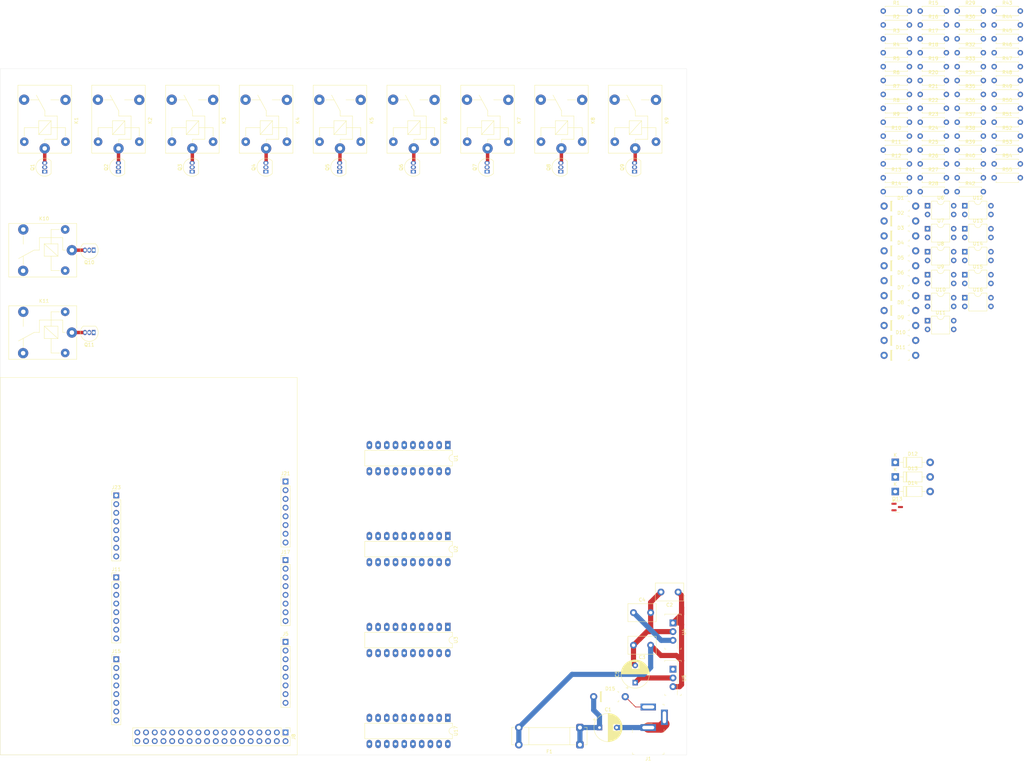
<source format=kicad_pcb>
(kicad_pcb (version 20240108) (generator "pcbnew") (generator_version "8.0")
  (title_block (title "BATER-IA") (date "2024-11-03") (rev "01") (company "CETI") (comment 1 "Proyecto de titulacion") (comment 2 "Ingenieria en Diseño Electronico y Sistemas Inteligentes") (comment 3 "Angel Habid Navarro Mendez"))
  (layers (0 "F.Cu" signal) (31 "B.Cu" signal) (34 "B.Paste" user) (35 "F.Paste" user) (36 "B.SilkS" user "B.Silkscreen") (37 "F.SilkS" user "F.Silkscreen") (38 "B.Mask" user) (39 "F.Mask" user) (44 "Edge.Cuts" user))
  (net 0 "")
  (net 1 "Net-(C1-Pad1)")
  (net 2 "12V_DC")
  (net 3 "+3.3V")
  (net 4 "Net-(D15-PadA)")
  (net 5 "D50")
  (net 6 "GND")
  (net 7 "D53")
  (net 8 "D52")
  (net 9 "D51")
  (net 10 "+5V")
  (net 13 "PWM5")
  (net 14 "PWM4")
  (net 15 "PWM7")
  (net 16 "PWM6")
  (net 19 "PWM2")
  (net 20 "PWM3")
  (net 21 "PWM10")
  (net 24 "PWM13")
  (net 37 "PWM11")
  (net 44 "PWM9")
  (net 45 "PWM8")
  (net 46 "PWM12")
  (net 47 "PWM13_5V")
  (net 48 "PWM7_5V")
  (net 49 "PWM12_5V")
  (net 50 "PWM11_5V")
  (net 51 "PWM9_5V")
  (net 52 "PWM6_5V")
  (net 53 "PWM8_5V")
  (net 54 "PWM10_5V")
  (net 55 "PWM4_5V")
  (net 56 "PWM2_5V")
  (net 57 "PWM3_5V")
  (net 58 "PWM5_5V")
  (net 75 "Net-(Q1-C)")
  (net 76 "Net-(D1-PadK)")
  (net 77 "Net-(Q2-C)")
  (net 78 "Net-(D2-PadK)")
  (net 79 "Net-(D3-PadK)")
  (net 80 "Net-(Q3-C)")
  (net 81 "Net-(Q4-C)")
  (net 82 "Net-(D4-PadK)")
  (net 83 "Net-(Q5-C)")
  (net 84 "Net-(D5-PadK)")
  (net 85 "Net-(Q6-C)")
  (net 86 "Net-(D6-PadK)")
  (net 87 "Net-(Q7-C)")
  (net 88 "Net-(D7-PadK)")
  (net 89 "Net-(Q8-C)")
  (net 90 "Net-(D8-PadK)")
  (net 91 "Net-(Q9-C)")
  (net 92 "Net-(D9-PadK)")
  (net 93 "Net-(Q10-C)")
  (net 94 "Net-(D10-PadK)")
  (net 95 "Net-(D11-PadK)")
  (net 96 "Net-(Q11-C)")
  (net 97 "Net-(D12-K)")
  (net 99 "Net-(D13-K)")
  (net 109 "D41")
  (net 111 "D32")
  (net 112 "D27")
  (net 113 "D26")
  (net 114 "D44")
  (net 115 "D43")
  (net 116 "D48")
  (net 117 "D23")
  (net 118 "D33")
  (net 119 "D24")
  (net 120 "D30")
  (net 121 "D46")
  (net 122 "D36")
  (net 123 "D45")
  (net 125 "D39")
  (net 126 "D38")
  (net 127 "D29")
  (net 128 "D31")
  (net 129 "D49")
  (net 130 "D35")
  (net 131 "D37")
  (net 132 "D25")
  (net 133 "D42")
  (net 134 "D40")
  (net 135 "D22")
  (net 136 "D34")
  (net 137 "D47")
  (net 138 "D28")
  (net 139 "ADC_CH0")
  (net 140 "ADC_CH1")
  (net 141 "ADC_CH6")
  (net 142 "ADC_CH2")
  (net 143 "ADC_CH3")
  (net 144 "ADC_CH4")
  (net 145 "ADC_CH7")
  (net 146 "ADC_CH5")
  (net 157 "SDA1")
  (net 158 "SCL1")
  (net 199 "Net-(Q1-B)")
  (net 200 "Net-(Q2-B)")
  (net 201 "Net-(Q3-B)")
  (net 202 "Net-(Q4-B)")
  (net 203 "Net-(Q5-B)")
  (net 204 "Net-(Q6-B)")
  (net 205 "Net-(Q7-B)")
  (net 206 "Net-(Q8-B)")
  (net 207 "Net-(Q9-B)")
  (net 208 "Net-(Q10-B)")
  (net 209 "Net-(Q11-B)")
  (net 210 "/BMS/BASE")
  (net 213 "/RELAY MODULE/K1")
  (net 214 "Net-(R2-Pad1)")
  (net 215 "Net-(R5-Pad1)")
  (net 216 "/RELAY MODULE/K2")
  (net 217 "Net-(R7-Pad1)")
  (net 218 "Net-(R9-Pad1)")
  (net 219 "/RELAY MODULE/K3")
  (net 220 "Net-(R12-Pad1)")
  (net 221 "Net-(R14-Pad1)")
  (net 222 "/RELAY MODULE/K4")
  (net 223 "Net-(R17-Pad1)")
  (net 224 "Net-(R19-Pad1)")
  (net 225 "/RELAY MODULE/K5")
  (net 226 "Net-(R22-Pad1)")
  (net 227 "Net-(R24-Pad1)")
  (net 228 "/RELAY MODULE/K6")
  (net 229 "Net-(R27-Pad1)")
  (net 230 "Net-(R29-Pad1)")
  (net 231 "/RELAY MODULE/K7")
  (net 232 "Net-(R32-Pad1)")
  (net 233 "Net-(R34-Pad1)")
  (net 234 "/RELAY MODULE/K8")
  (net 235 "Net-(R37-Pad1)")
  (net 236 "Net-(R39-Pad1)")
  (net 237 "/RELAY MODULE/K9")
  (net 238 "Net-(R42-Pad1)")
  (net 239 "Net-(R44-Pad1)")
  (net 240 "/RELAY MODULE/K10")
  (net 241 "Net-(R47-Pad1)")
  (net 242 "Net-(R49-Pad1)")
  (net 243 "/RELAY MODULE/K11")
  (net 244 "Net-(R52-Pad1)")
  (net 245 "Net-(R54-Pad1)")
  (footprint "Relay_THT:Relay_SPDT_SANYOU_SRD_Series_Form_C" (layer "F.Cu") (at 213.5 73.2 90)
    (property "Reference" "K8")
    (property "Value" "SANYOU_SRD_Form_C")
  )
  (footprint "Package_DIP:DIP-4_W7.62mm" (layer "F.Cu") (at 331 110.01)
    (property "Reference" "U15")
    (property "Value" "PC817")
  )
  (footprint "Resistor_THT:R_Axial_DIN0207_L6.3mm_D2.5mm_P7.62mm_Horizontal" (layer "F.Cu") (at 307.25 85.81)
    (property "Reference" "R14")
    (property "Value" "330")
  )
  (footprint "Resistor_THT:R_Axial_DIN0207_L6.3mm_D2.5mm_P7.62mm_Horizontal" (layer "F.Cu") (at 339.56 41.26)
    (property "Reference" "R45")
    (property "Value" "330")
  )
  (footprint "Connector_PinHeader_2.54mm:PinHeader_1x08_P2.54mm_Vertical" (layer "F.Cu") (at 133.15 193.17)
    (property "Reference" "J17")
    (property "Value" "Conn_01x08")
  )
  (footprint "Package_DIP:DIP-4_W7.62mm" (layer "F.Cu") (at 320.15 96.61)
    (property "Reference" "U7")
    (property "Value" "PC817")
  )
  (footprint "Package_DIP:DIP-20_W7.62mm_LongPads" (layer "F.Cu") (at 180.425 186.175 -90)
    (property "Reference" "U2")
    (property "Value" "74LS245")
  )
  (footprint "Connector_PinHeader_2.54mm:PinHeader_1x08_P2.54mm_Vertical" (layer "F.Cu") (at 133.15 170.28)
    (property "Reference" "J21")
    (property "Value" "Conn_01x10")
  )
  (footprint "Connector_PinHeader_2.54mm:PinHeader_1x08_P2.54mm_Vertical" (layer "F.Cu") (at 83.85 222.1)
    (property "Reference" "J15")
    (property "Value" "Conn_01x08")
  )
  (footprint "digikey-footprints:TO-220-3" (layer "F.Cu") (at 246 211.5 -90)
    (property "Reference" "U4")
    (property "Value" "L7805CV")
  )
  (footprint "Relay_THT:Relay_SPDT_SANYOU_SRD_Series_Form_C" (layer "F.Cu") (at 106 73.2 90)
    (property "Reference" "K3")
    (property "Value" "SANYOU_SRD_Form_C")
  )
  (footprint "digikey-footprints:DO-41" (layer "F.Cu") (at 307.5 133.51)
    (property "Reference" "D11")
    (property "Value" "1N5819")
  )
  (footprint "digikey-footprints:TO-220-3" (layer "F.Cu") (at 246 225 -90)
    (property "Reference" "U5")
    (property "Value" "LD1117V33")
  )
  (footprint "digikey-footprints:DO-41" (layer "F.Cu") (at 307.5 98.71)
    (property "Reference" "D3")
    (property "Value" "1N5819")
  )
  (footprint "Resistor_THT:R_Axial_DIN0207_L6.3mm_D2.5mm_P7.62mm_Horizontal" (layer "F.Cu") (at 318.02 81.76)
    (property "Reference" "R27")
    (property "Value" "330")
  )
  (footprint "Relay_THT:Relay_SPDT_SANYOU_SRD_Series_Form_C" (layer "F.Cu") (at 63 73.2 90)
    (property "Reference" "K1")
    (property "Value" "SANYOU_SRD_Form_C")
  )
  (footprint "digikey-footprints:DO-41" (layer "F.Cu") (at 222.9 233)
    (property "Reference" "D15")
    (property "Value" "1N5819")
  )
  (footprint "Resistor_THT:R_Axial_DIN0207_L6.3mm_D2.5mm_P7.62mm_Horizontal" (layer "F.Cu") (at 328.79 65.56)
    (property "Reference" "R37")
    (property "Value" "330")
  )
  (footprint "Capacitor_THT:CP_Radial_D8.0mm_P5.00mm" (layer "F.Cu") (at 224.597349 242)
    (property "Reference" "C1")
    (property "Value" "100uF")
  )
  (footprint "Diode_THT:D_DO-41_SOD81_P10.16mm_Horizontal" (layer "F.Cu") (at 310.75 173.2)
    (property "Reference" "D14")
    (property "Value" "1N4001")
  )
  (footprint "Resistor_THT:R_Axial_DIN0207_L6.3mm_D2.5mm_P7.62mm_Horizontal" (layer "F.Cu") (at 339.56 61.51)
    (property "Reference" "R50")
    (property "Value" "330")
  )
  (footprint "Resistor_THT:R_Axial_DIN0207_L6.3mm_D2.5mm_P7.62mm_Horizontal" (layer "F.Cu") (at 318.02 65.56)
    (property "Reference" "R23")
    (property "Value" "10K")
  )
  (footprint "Package_TO_SOT_THT:TO-92_Inline" (layer "F.Cu") (at 170.378125 79.97 90)
    (property "Reference" "Q6")
    (property "Value" "PN2222A")
  )
  (footprint "Resistor_THT:R_Axial_DIN0207_L6.3mm_D2.5mm_P7.62mm_Horizontal" (layer "F.Cu") (at 328.79 33.16)
    (property "Reference" "R29")
    (property "Value" "330")
  )
  (footprint "Resistor_THT:R_Axial_DIN0207_L6.3mm_D2.5mm_P7.62mm_Horizontal" (layer "F.Cu") (at 318.02 49.36)
    (property "Reference" "R19")
    (property "Value" "330")
  )
  (footprint "Resistor_THT:R_Axial_DIN0207_L6.3mm_D2.5mm_P7.62mm_Horizontal" (layer "F.Cu") (at 307.25 73.66)
    (property "Reference" "R11")
    (property "Value" "330")
  )
  (footprint "digikey-footprints:DO-41" (layer "F.Cu") (at 307.5 94.36)
    (property "Reference" "D2")
    (property "Value" "1N5819")
  )
  (footprint "Relay_THT:Relay_SPDT_SANYOU_SRD_Series_Form_C" (layer "F.Cu") (at 70.91 102.87 180)
    (property "Reference" "K10")
    (property "Value" "SANYOU_SRD_Form_C")
  )
  (footprint "Resistor_THT:R_Axial_DIN0207_L6.3mm_D2.5mm_P7.62mm_Horizontal" (layer "F.Cu") (at 328.79 41.26)
    (property "Reference" "R31")
    (property "Value" "330")
  )
  (footprint "Resistor_THT:R_Axial_DIN0207_L6.3mm_D2.5mm_P7.62mm_Horizontal" (layer "F.Cu") (at 307.25 57.46)
    (property "Reference" "R7")
    (property "Value" "330")
  )
  (footprint "Relay_THT:Relay_SPDT_SANYOU_SRD_Series_Form_C" (layer "F.Cu") (at 170.5 73.2 90)
    (property "Reference" "K6")
    (property "Value" "SANYOU_SRD_Form_C")
  )
  (footprint "Connector_PinHeader_2.54mm:PinHeader_1x08_P2.54mm_Vertical" (layer "F.Cu") (at 83.84 174.34)
    (property "Reference" "J23")
    (property "Value" "Conn_01x08")
  )
  (footprint "Package_TO_SOT_THT:TO-92_Inline" (layer "F.Cu") (at 127.426875 79.97 90)
    (property "Reference" "Q4")
    (property "Value" "PN2222A")
  )
  (footprint "digikey-footprints:DO-41" (layer "F.Cu") (at 307.5 90.01)
    (property "Reference" "D1")
    (property "Value" "1N5819")
  )
  (footprint "digikey-footprints:DO-41" (layer "F.Cu") (at 307.5 129.16)
    (property "Reference" "D10")
    (property "Value" "1N5819")
  )
  (footprint "Fuse:Fuseholder_Clip-5x20mm_Bel_FC-203-22_Lateral_P17.80x5.00mm_D1.17mm_Horizontal" (layer "F.Cu") (at 218.9 247 180)
    (property "Reference" "F1")
    (property "Value" "2A")
  )
  (footprint "Resistor_THT:R_Axial_DIN0207_L6.3mm_D2.5mm_P7.62mm_Horizontal" (layer "F.Cu") (at 318.02 69.61)
    (property "Reference" "R24")
    (property "Value" "330")
  )
  (footprint "Resistor_THT:R_Axial_DIN0207_L6.3mm_D2.5mm_P7.62mm_Horizontal" (layer "F.Cu") (at 328.79 53.41)
    (property "Reference" "R34")
    (property "Value" "330")
  )
  (footprint "Resistor_THT:R_Axial_DIN0207_L6.3mm_D2.5mm_P7.62mm_Horizontal" (layer "F.Cu") (at 328.79 57.46)
    (property "Reference" "R35")
    (property "Value" "330")
  )
  (footprint "Capacitor_THT:C_Disc_D8.0mm_W5.0mm_P5.00mm" (layer "F.Cu") (at 239.5 218 180)
    (property "Reference" "C3")
    (property "Value" "100nF")
  )
  (footprint "Resistor_THT:R_Axial_DIN0207_L6.3mm_D2.5mm_P7.62mm_Horizontal" (layer "F.Cu") (at 307.25 61.51)
    (property "Reference" "R8")
    (property "Value" "10K")
  )
  (footprint "Package_TO_SOT_THT:TO-92_Inline" (layer "F.Cu") (at 84.475625 79.97 90)
    (property "Reference" "Q2")
    (property "Value" "PN2222A")
  )
  (footprint "Resistor_THT:R_Axial_DIN0207_L6.3mm_D2.5mm_P7.62mm_Horizontal" (layer "F.Cu") (at 328.79 45.31)
    (property "Reference" "R32")
    (property "Value" "330")
  )
  (footprint "digikey-footprints:DO-41" (layer "F.Cu") (at 307.5 107.41)
    (property "Reference" "D5")
    (property "Value" "1N5819")
  )
  (footprint "Resistor_THT:R_Axial_DIN0207_L6.3mm_D2.5mm_P7.62mm_Horizontal" (layer "F.Cu") (at 307.25 37.21)
    (property "Reference" "R2")
    (property "Value" "330")
  )
  (footprint "Relay_THT:Relay_SPDT_SANYOU_SRD_Series_Form_C" (layer "F.Cu") (at 84.5 73.2 90)
    (property "Reference" "K2")
    (property "Value" "SANYOU_SRD_Form_C")
  )
  (footprint "Resistor_THT:R_Axial_DIN0207_L6.3mm_D2.5mm_P7.62mm_Horizontal" (layer "F.Cu") (at 318.02 57.46)
    (property "Reference" "R21")
    (property "Value" "330")
  )
  (footprint "Package_DIP:DIP-4_W7.62mm" (layer "F.Cu") (at 320.15 103.31)
    (property "Reference" "U8")
    (property "Value" "PC817")
  )
  (footprint "Resistor_THT:R_Axial_DIN0207_L6.3mm_D2.5mm_P7.62mm_Horizontal" (layer "F.Cu") (at 328.79 37.21)
    (property "Reference" "R30")
    (property "Value" "330")
  )
  (footprint "Package_DIP:DIP-4_W7.62mm" (layer "F.Cu") (at 331 116.71)
    (property "Reference" "U16")
    (property "Value" "PC817")
  )
  (footprint "Resistor_THT:R_Axial_DIN0207_L6.3mm_D2.5mm_P7.62mm_Horizontal" (layer "F.Cu") (at 307.25 45.31)
    (property "Reference" "R4")
    (property "Value" "330")
  )
  (footprint "Resistor_THT:R_Axial_DIN0207_L6.3mm_D2.5mm_P7.62mm_Horizontal" (layer "F.Cu") (at 307.25 41.26)
    (property "Reference" "R3")
    (property "Value" "10K")
  )
  (footprint "Resistor_THT:R_Axial_DIN0207_L6.3mm_D2.5mm_P7.62mm_Horizontal" (layer "F.Cu") (at 307.25 65.56)
    (property "Reference" "R9")
    (property "Value" "330")
  )
  (footprint "Connector_PinHeader_2.54mm:PinHeader_2x18_P2.54mm_Vertical" (layer "F.Cu") (at 133.15 243.42 -90)
    (property "Reference" "J8")
    (property "Value" "Conn_02x18_Counter_Clockwise")
  )
  (footprint "Package_TO_SOT_THT:TO-92_Inline" (layer "F.Cu") (at 77.26 102.86 180)
    (property "Reference" "Q10")
    (property "Value" "PN2222A")
  )
  (footprint "Resistor_THT:R_Axial_DIN0207_L6.3mm_D2.5mm_P7.62mm_Horizontal" (layer "F.Cu") (at 307.25 53.41)
    (property "Reference" "R6")
    (property "Value" "330")
  )
  (footprint "Resistor_THT:R_Axial_DIN0207_L6.3mm_D2.5mm_P7.62mm_Horizontal" (layer "F.Cu") (at 307.25 81.76)
    (property "Reference" "R13")
    (property "Value" "10K")
  )
  (footprint "Package_DIP:DIP-4_W7.62mm" (layer "F.Cu") (at 331 89.91)
    (property "Reference" "U12")
    (property "Value" "PC817")
  )
  (footprint "Relay_THT:Relay_SPDT_SANYOU_SRD_Series_Form_C" (layer "F.Cu") (at 127.5 73.2 90)
    (property "Reference" "K4")
    (property "Value" "SANYOU_SRD_Form_C")
  )
  (footprint "Package_DIP:DIP-4_W7.62mm" (layer "F.Cu") (at 320.15 123.41)
    (property "Reference" "U11")
    (property "Value" "PC817")
  )
  (footprint "Package_TO_SOT_THT:TO-92_Inline" (layer "F.Cu") (at 148.9025 79.97 90)
    (property "Reference" "Q5")
    (property "Value" "PN2222A")
  )
  (footprint "Resistor_THT:R_Axial_DIN0207_L6.3mm_D2.5mm_P7.62mm_Horizontal" (layer "F.Cu") (at 328.79 73.66)
    (property "Reference" "R39")
    (property "Value" "330")
  )
  (footprint "Resistor_THT:R_Axial_DIN0207_L6.3mm_D2.5mm_P7.62mm_Horizontal" (layer "F.Cu") (at 328.79 77.71)
    (property "Reference" "R40")
    (property "Value" "330")
  )
  (footprint "digikey-footprints:DO-41" (layer "F.Cu") (at 307.5 111.76)
    (property "Reference" "D6")
    (property "Value" "1N5819")
  )
  (footprint "digikey-footprints:DO-41" (layer "F.Cu") (at 307.5 103.06)
    (property "Reference" "D4")
    (property "Value" "1N5819")
  )
  (footprint "Package_DIP:DIP-4_W7.62mm" (layer "F.Cu") (at 331 103.31)
    (property "Reference" "U14")
    (property "Value" "PC817")
  )
  (footprint "Package_DIP:DIP-4_W7.62mm" (layer "F.Cu") (at 320.15 110.01)
    (property "Reference" "U9")
    (property "Value" "PC817")
  )
  (footprint "Relay_THT:Relay_SPDT_SANYOU_SRD_Series_Form_C" (layer "F.Cu") (at 149 73.2 90)
    (property "Reference" "K5")
    (property "Value" "SANYOU_SRD_Form_C")
  )
  (footprint "Resistor_THT:R_Axial_DIN0207_L6.3mm_D2.5mm_P7.62mm_Horizontal" (layer "F.Cu") (at 318.02 45.31)
    (property "Reference" "R18")
    (property "Value" "10K")
  )
  (footprint "Resistor_THT:R_Axial_DIN0207_L6.3mm_D2.5mm_P7.62mm_Horizontal" (layer "F.Cu") (at 339.56 65.56)
    (property "Reference" "R51")
    (property "Value" "330")
  )
  (footprint "Resistor_THT:R_Axial_DIN0207_L6.3mm_D2.5mm_P7.62mm_Horizontal" (layer "F.Cu") (at 339.56 77.71)
    (property "Reference" "R54")
    (property "Value" "330")
  )
  (footprint "Resistor_THT:R_Axial_DIN0207_L6.3mm_D2.5mm_P7.62mm_Horizontal" (layer "F.Cu") (at 318.02 41.26)
    (property "Reference" "R17")
    (property "Value" "330")
  )
  (footprint "Resistor_THT:R_Axial_DIN0207_L6.3mm_D2.5mm_P7.62mm_Horizontal" (layer "F.Cu") (at 307.25 69.61)
    (property "Reference" "R10")
    (property "Value" "330")
  )
  (footprint "Diode_THT:D_DO-41_SOD81_P10.16mm_Horizontal" (layer "F.Cu") (at 310.75 168.95)
    (property "Reference" "D13")
    (property "Value" "1N4001")
  )
  (footprint "Resistor_THT:R_Axial_DIN0207_L6.3mm_D2.5mm_P7.62mm_Horizontal" (layer "F.Cu") (at 318.02 37.21)
    (property "Reference" "R16")
    (property "Value" "330")
  )
  (footprint "Resistor_THT:R_Axial_DIN0207_L6.3mm_D2.5mm_P7.62mm_Horizontal" (layer "F.Cu") (at 339.56 33.16)
    (property "Reference" "R43")
    (property "Value" "10K")
  )
  (footprint "Capacitor_THT:C_Disc_D8.0mm_W5.0mm_P5.00mm" (layer "F.Cu") (at 234.5 208.5)
    (property "Reference" "C4")
    (property "Value" "100nF")
  )
  (footprint "Package_TO_SOT_THT:TO-92_Inline" (layer "F.Cu") (at 213.329375 79.97 90)
    (property "Reference" "Q8")
    (property "Value" "PN2222A")
  )
  (footprint "Resistor_THT:R_Axial_DIN0207_L6.3mm_D2.5mm_P7.62mm_Horizontal" (layer "F.Cu") (at 318.02 77.71)
    (property "Reference" "R26")
    (property "Value" "330")
  )
  (footprint "Resistor_THT:R_Axial_DIN0207_L6.3mm_D2.5mm_P7.62mm_Horizontal" (layer "F.Cu") (at 318.02 33.16)
    (property "Reference" "R15")
    (property "Value" "330")
  )
  (footprint "Resistor_THT:R_Axial_DIN0207_L6.3mm_D2.5mm_P7.62mm_Horizontal" (layer "F.Cu") (at 339.56 81.76)
    (property "Reference" "R55")
    (property "Value" "330")
  )
  (footprint "Diode_THT:D_DO-41_SOD81_P10.16mm_Horizontal" (layer "F.Cu") (at 310.75 164.7)
    (property "Reference" "D12")
    (property "Value" "1N4001")
  )
  (footprint "Connector_PinHeader_2.54mm:PinHeader_1x08_P2.54mm_Vertical" (layer "F.Cu") (at 83.84 198.23)
    (property "Reference" "J11")
    (property "Value" "Conn_01x08")
  )
  (footprint "Package_DIP:DIP-20_W7.62mm_LongPads" (layer "F.Cu") (at 180.425 212.675 -90)
    (property "Reference" "U3")
    (property "Value" "74LS245")
  )
  (footprint "Relay_THT:Relay_SPDT_SANYOU_SRD_Series_Form_C" (layer "F.Cu") (at 192 73.2 90)
    (property "Reference" "K7")
    (property "Value" "SANYOU_SRD_Form_C")
  )
  (footprint "Resistor_THT:R_Axial_DIN0207_L6.3mm_D2.5mm_P7.62mm_Horizontal" (layer "F.Cu") (at 307.25 33.16)
    (property "Reference" "R1")
    (property "Value" "330")
  )
  (footprint "Resistor_THT:R_Axial_DIN0207_L6.3mm_D2.5mm_P7.62mm_Horizontal" (layer "F.Cu") (at 339.56 49.36)
    (property "Reference" "R47")
    (property "Value" "330")
  )
  (footprint "digikey-footprints:DO-41" (layer "F.Cu") (at 307.5 116.11)
    (property "Reference" "D7")
    (property "Value" "1N5819")
  )
  (footprint "Package_TO_SOT_SMD:SOT-23" (layer "F.Cu") (at 311.32 177.725)
    (property "Reference" "Q13")
    (property "Value" "AO3400A")
  )
  (footprint "Resistor_THT:R_Axial_DIN0207_L6.3mm_D2.5mm_P7.62mm_Horizontal" (layer "F.Cu") (at 328.79 85.81)
    (property "Reference" "R42")
    (property "Value" "330")
  )
  (footprint "Resistor_THT:R_Axial_DIN0207_L6.3mm_D2.5mm_P7.62mm_Horizontal" (layer "F.Cu") (at 318.02 61.51)
    (property "Reference" "R22")
    (property "Value" "330")
  )
  (footprint "Package_TO_SOT_THT:TO-92_Inline" (layer "F.Cu") (at 234.805 79.97 90)
    (property "Reference" "Q9")
    (property "Value" "PN2222A")
  )
  (footprint "Package_TO_SOT_THT:TO-92_Inline" (layer "F.Cu") (at 191.85375 79.97 90)
    (property "Reference" "Q7")
    (property "Value" "PN2222A")
  )
  (footprint "Package_DIP:DIP-4_W7.62mm" (layer "F.Cu") (at 331 96.61)
    (property "Reference" "U13")
    (property "Value" "PC817")
  )
  (footprint "Resistor_THT:R_Axial_DIN0207_L6.3mm_D2.5mm_P7.62mm_Horizontal" (layer "F.Cu") (at 328.79 61.51)
    (property "Reference" "R36")
    (property "Value" "330")
  )
  (footprint "Resistor_THT:R_Axial_DIN0207_L6.3mm_D2.5mm_P7.62mm_Horizontal" (layer "F.Cu") (at 318.02 73.66)
    (property "Reference" "R25")
    (property "Value" "330")
  )
  (footprint "Resistor_THT:R_Axial_DIN0207_L6.3mm_D2.5mm_P7.62mm_Horizontal" (layer "F.Cu") (at 339.56 73.66)
    (property "Reference" "R53")
    (property "Value" "10K")
  )
  (footprint "Package_TO_SOT_THT:TO-92_Inline" (layer "F.Cu") (at 63 79.97 90)
    (property "Reference" "Q1")
    (property "Value" "PN2222A")
  )
  (footprint "Resistor_THT:R_Axial_DIN0207_L6.3mm_D2.5mm_P7.62mm_Horizontal" (layer "F.Cu") (at 318.02 53.41)
    (property "Reference" "R20")
    (property "Value" "330")
  )
  (footprint "Capacitor_THT:C_Disc_D8.0mm_W5.0mm_P5.00mm" (layer "F.Cu") (at 247.5 202.5 180)
    (property "Reference" "C2")
    (property "Value" "330nF")
  )
  (footprint "Resistor_THT:R_Axial_DIN0207_L6.3mm_D2.5mm_P7.62mm_Horizontal" (layer "F.Cu") (at 339.56 37.21)
    (property "Reference" "R44")
    (property "Value" "330")
  )
  (footprint "Connector_PinHeader_2.54mm:PinHeader_1x08_P2.54mm_Vertical" (layer "F.Cu") (at 133.15 217.02)
    (property "Reference" "J5")
    (property "Value" "Conn_01x08")
  )
  (footprint "Package_DIP:DIP-4_W7.62mm" (layer "F.Cu") (at 320.15 89.91)
    (property "Reference" "U6")
    (property "Value" "PC817")
  )
  (footprint "Package_DIP:DIP-4_W7.62mm" (layer "F.Cu") (at 320.15 116.71)
    (property "Reference" "U10")
    (property "Value" "PC817")
  )
  (footprint "Resistor_THT:R_Axial_DIN0207_L6.3mm_D2.5mm_P7.62mm_Horizontal" (layer "F.Cu") (at 328.79 81.76)
    (property "Reference" "R41")
    (property "Value" "330")
  )
  (footprint "Package_TO_SOT_THT:TO-92_Inline" (layer "F.Cu") (at 105.95125 79.97 90)
    (property "Reference" "Q3")
    (property "Value" "PN2222A")
  )
  (footprint "Relay_THT:Relay_SPDT_SANYOU_SRD_Series_Form_C" (layer "F.Cu") (at 235 73.2 90)
    (property "Reference" "K9")
    (property "Value" "SANYOU_SRD_Form_C")
  )
  (footprint "Resistor_THT:R_Axial_DIN0207_L6.3mm_D2.5mm_P7.62mm_Horizontal" (layer "F.Cu") (at 307.25 49.36)
    (property "Reference" "R5")
    (property "Value" "330")
  )
  (footprint "Capacitor_THT:CP_Radial_D8.0mm_P5.00mm" (layer "F.Cu") (at 235 228.902651 90)
    (property "Reference" "C5")
    (property "Value" "10uF")
  )
  (footprint "Resistor_THT:R_Axial_DIN0207_L6.3mm_D2.5mm_P7.62mm_Horizontal" (layer "F.Cu") (at 328.79 69.61)
    (property "Reference" "R38")
    (property "Value" "10K")
  )
  (footprint "Resistor_THT:R_Axial_DIN0207_L6.3mm_D2.5mm_P7.62mm_Horizontal" (layer "F.Cu") (at 318.02 85.81)
    (property "Reference" "R28")
    (property "Value" "10K")
  )
  (footprint "Resistor_THT:R_Axial_DIN0207_L6.3mm_D2.5mm_P7.62mm_Horizontal" (layer "F.Cu") (at 339.56 45.31)
    (property "Reference" "R46")
    (property "Value" "330")
  )
  (footprint "digikey-footprints:DO-41" (layer "F.Cu") (at 307.5 124.81)
    (property "Reference" "D9")
    (property "Value" "1N5819")
  )
  (footprint "Resistor_THT:R_Axial_DIN0207_L6.3mm_D2.5mm_P7.62mm_Horizontal" (layer "F.Cu") (at 328.79 49.36)
    (property "Reference" "R33")
    (property "Value" "10K")
  )
  (footprint "Package_DIP:DIP-20_W7.62mm_LongPads" (layer "F.Cu") (at 180.425 239.175 -90)
    (property "Reference" "U17")
    (property "Value" "74LS245")
  )
  (footprint "Package_DIP:DIP-20_W7.62mm_LongPads" (layer "F.Cu") (at 180.425 159.675 -90)
    (property "Reference" "U1")
    (property "Value" "74LS245")
  )
  (footprint "Relay_THT:Relay_SPDT_SANYOU_SRD_Series_Form_C" (layer "F.Cu") (at 70.91 126.87 180)
    (property "Reference" "K11")
    (property "Value" "SANYOU_SRD_Form_C")
  )
  (footprint "digikey-footprints:DO-41" (layer "F.Cu") (at 307.5 120.46)
    (property "Reference" "D8")
    (property "Value" "1N5819")
  )
  (footprint "Resistor_THT:R_Axial_DIN0207_L6.3mm_D2.5mm_P7.62mm_Horizontal" (layer "F.Cu") (at 307.25 77.71)
    (property "Reference" "R12")
    (property "Value" "330")
  )
  (footprint "digikey-footprints:Barrel_Jack_5.5mmODx2.1mmID_PJ-202A" (layer "F.Cu") (at 238.8 239 180)
    (property "Reference" "J1")
    (property "Value" "PJ-202A")
  )
  (footprint "Resistor_THT:R_Axial_DIN0207_L6.3mm_D2.5mm_P7.62mm_Horizontal" (layer "F.Cu") (at 339.56 69.61)
    (property "Reference" "R52")
    (property "Value" "330")
  )
  (footprint "Resistor_THT:R_Axial_DIN0207_L6.3mm_D2.5mm_P7.62mm_Horizontal" (layer "F.Cu") (at 339.56 57.46)
    (property "Reference" "R49")
    (property "Value" "330")
  )
  (footprint "Package_TO_SOT_THT:TO-92_Inline" (layer "F.Cu") (at 77.26 126.86 180)
    (property "Reference" "Q11")
    (property "Value" "PN2222A")
  )
  (footprint "Resistor_THT:R_Axial_DIN0207_L6.3mm_D2.5mm_P7.62mm_Horizontal" (layer "F.Cu") (at 339.56 53.41)
    (property "Reference" "R48")
    (property "Value" "10K")
  )
  (gr_rect (start 136.55 249.96) (end 50.05 139.96) (stroke (width 0.1)) (fill none) (layer "F.SilkS"))
  (gr_rect (start 50 50) (end 250 250) (stroke (width 0.05)) (fill none) (layer "Edge.Cuts"))
  (segment (start 218.9 242) (end 218.9 247) (width 1.5) (layer "B.Cu") (net 1))
  (segment (start 224.597349 238.597349) (end 224.597349 242) (width 1.5) (layer "B.Cu") (net 1))
  (segment (start 222.9 236.9) (end 224.597349 238.597349) (width 1.5) (layer "B.Cu") (net 1))
  (segment (start 222.9 233) (end 222.9 236.9) (width 1.5) (layer "B.Cu") (net 1))
  (segment (start 218.9 242) (end 224.597349 242) (width 1.5) (layer "B.Cu") (net 1))
  (segment (start 248.5 229.5) (end 247.92 230.08) (width 1.5) (layer "F.Cu") (net 2))
  (segment (start 246 211.5) (end 248.5 209) (width 1.5) (layer "F.Cu") (net 2))
  (segment (start 248.5 222.5) (end 248.5 229.5) (width 1.5) (layer "F.Cu") (net 2))
  (segment (start 239.5 218) (end 242.5 221) (width 1.5) (layer "F.Cu") (net 2))
  (segment (start 248.5 212) (end 248.5 222.5) (width 1.5) (layer "F.Cu") (net 2))
  (segment (start 247.92 230.08) (end 246 230.08) (width 1.5) (layer "F.Cu") (net 2))
  (segment (start 248 211.5) (end 248.5 212) (width 1.5) (layer "F.Cu") (net 2))
  (segment (start 248.5 209) (end 248.5 207) (width 1.5) (layer "F.Cu") (net 2))
  (segment (start 248.5 203.5) (end 248.5 207) (width 1.5) (layer "F.Cu") (net 2))
  (segment (start 242.5 221) (end 247 221) (width 1.5) (layer "F.Cu") (net 2))
  (segment (start 247 221) (end 248.5 222.5) (width 1.5) (layer "F.Cu") (net 2))
  (segment (start 247.5 202.5) (end 248.5 203.5) (width 1.5) (layer "F.Cu") (net 2))
  (segment (start 248.5 207) (end 248.5 212) (width 1.5) (layer "F.Cu") (net 2))
  (segment (start 246 211.5) (end 248 211.5) (width 1.5) (layer "F.Cu") (net 2))
  (segment (start 239.5 224.5) (end 237.5 226.5) (width 1.5) (layer "B.Cu") (net 2))
  (segment (start 216.6 226.5) (end 201.1 242) (width 1.5) (layer "B.Cu") (net 2))
  (segment (start 201.1 247) (end 201.1 242) (width 1.5) (layer "B.Cu") (net 2))
  (segment (start 237.5 226.5) (end 216.6 226.5) (width 1.5) (layer "B.Cu") (net 2))
  (segment (start 239.5 218) (end 239.5 224.5) (width 1.5) (layer "B.Cu") (net 2))
  (segment (start 246 227.54) (end 236.362651 227.54) (width 1.5) (layer "F.Cu") (net 3))
  (segment (start 236.362651 227.54) (end 235 228.902651) (width 1.5) (layer "F.Cu") (net 3))
  (segment (start 235.1 236) (end 232.1 233) (width 0.2) (layer "F.Cu") (net 4))
  (segment (start 238.8 236) (end 235.1 236) (width 0.2) (layer "F.Cu") (net 4))
  (segment (start 242.5 242) (end 238.8 242) (width 3) (layer "F.Cu") (net 6))
  (segment (start 234.5 218) (end 236.25 216.25) (width 1.5) (layer "F.Cu") (net 6))
  (segment (start 239.5 205.5) (end 242.5 202.5) (width 1.5) (layer "F.Cu") (net 6))
  (segment (start 243.5 239) (end 243.5 241) (width 0.2) (layer "F.Cu") (net 6))
  (segment (start 246 214.04) (end 238.46 214.04) (width 1.5) (layer "F.Cu") (net 6))
  (segment (start 239.5 213) (end 239.5 208.5) (width 1.5) (layer "F.Cu") (net 6))
  (segment (start 234.5 218) (end 234.5 223.402651) (width 1.5) (layer "F.Cu") (net 6))
  (segment (start 238.46 214.04) (end 236.25 216.25) (width 1.5) (layer "F.Cu") (net 6))
  (segment (start 234.5 223.402651) (end 235 223.902651) (width 1.5) (layer "F.Cu") (net 6))
  (segment (start 236.25 216.25) (end 239.5 213) (width 1.5) (layer "F.Cu") (net 6))
  (segment (start 243.5 241) (end 242.5 242) (width 3) (layer "F.Cu") (net 6))
  (segment (start 239.5 208.5) (end 239.5 205.5) (width 1.5) (layer "F.Cu") (net 6))
  (segment (start 229.597349 242) (end 238.8 242) (width 1.5) (layer "B.Cu") (net 6))
  (segment (start 246 216.58) (end 242.58 216.58) (width 1.5) (layer "B.Cu") (net 10))
  (segment (start 242.58 216.58) (end 234.5 208.5) (width 1.5) (layer "B.Cu") (net 10))
  (segment (start 63 73.2) (end 63 77.43) (width 1) (layer "F.Cu") (net 75))
  (segment (start 84.5 77.405625) (end 84.475625 77.43) (width 1) (layer "F.Cu") (net 77))
  (segment (start 84.5 73.2) (end 84.5 77.405625) (width 1) (layer "F.Cu") (net 77))
  (segment (start 106 77.38125) (end 105.95125 77.43) (width 1) (layer "F.Cu") (net 80))
  (segment (start 106 73.2) (end 106 77.38125) (width 1) (layer "F.Cu") (net 80))
  (segment (start 127.5 73.2) (end 127.5 77.356875) (width 1) (layer "F.Cu") (net 81))
  (segment (start 127.5 77.356875) (end 127.426875 77.43) (width 1) (layer "F.Cu") (net 81))
  (segment (start 149 77.3325) (end 148.9025 77.43) (width 1) (layer "F.Cu") (net 83))
  (segment (start 149 73.2) (end 149 77.3325) (width 1) (layer "F.Cu") (net 83))
  (segment (start 170.5 73.2) (end 170.5 77.308125) (width 1) (layer "F.Cu") (net 85))
  (segment (start 170.5 77.308125) (end 170.378125 77.43) (width 1) (layer "F.Cu") (net 85))
  (segment (start 192 77.28375) (end 191.85375 77.43) (width 1) (layer "F.Cu") (net 87))
  (segment (start 192 73.2) (end 192 77.28375) (width 1) (layer "F.Cu") (net 87))
  (segment (start 213.5 73.2) (end 213.5 77.259375) (width 1) (layer "F.Cu") (net 89))
  (segment (start 213.5 77.259375) (end 213.329375 77.43) (width 1) (layer "F.Cu") (net 89))
  (segment (start 235 77.235) (end 234.805 77.43) (width 1) (layer "F.Cu") (net 91))
  (segment (start 235 73.2) (end 235 77.235) (width 1) (layer "F.Cu") (net 91))
  (segment (start 74.72 102.86) (end 70.92 102.86) (width 1) (layer "F.Cu") (net 93))
  (segment (start 70.92 102.86) (end 70.91 102.87) (width 1) (layer "F.Cu") (net 93))
  (segment (start 74.72 126.86) (end 70.92 126.86) (width 1) (layer "F.Cu") (net 96))
  (segment (start 70.92 126.86) (end 70.91 126.87) (width 1) (layer "F.Cu") (net 96))
)
</source>
